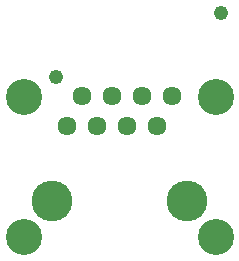
<source format=gbs>
G75*
%MOIN*%
%OFA0B0*%
%FSLAX25Y25*%
%IPPOS*%
%LPD*%
%AMOC8*
5,1,8,0,0,1.08239X$1,22.5*
%
%ADD10C,0.06343*%
%ADD11C,0.12020*%
%ADD12C,0.13600*%
%ADD13C,0.04762*%
D10*
X0039497Y0067430D03*
X0044497Y0077430D03*
X0049497Y0067430D03*
X0054497Y0077430D03*
X0059497Y0067430D03*
X0064497Y0077430D03*
X0069497Y0067430D03*
X0074497Y0077430D03*
D11*
X0024997Y0030430D03*
X0024997Y0076918D03*
X0088997Y0076918D03*
X0088997Y0030430D03*
D12*
X0079497Y0042430D03*
X0034497Y0042430D03*
D13*
X0035800Y0083700D03*
X0090900Y0105100D03*
M02*

</source>
